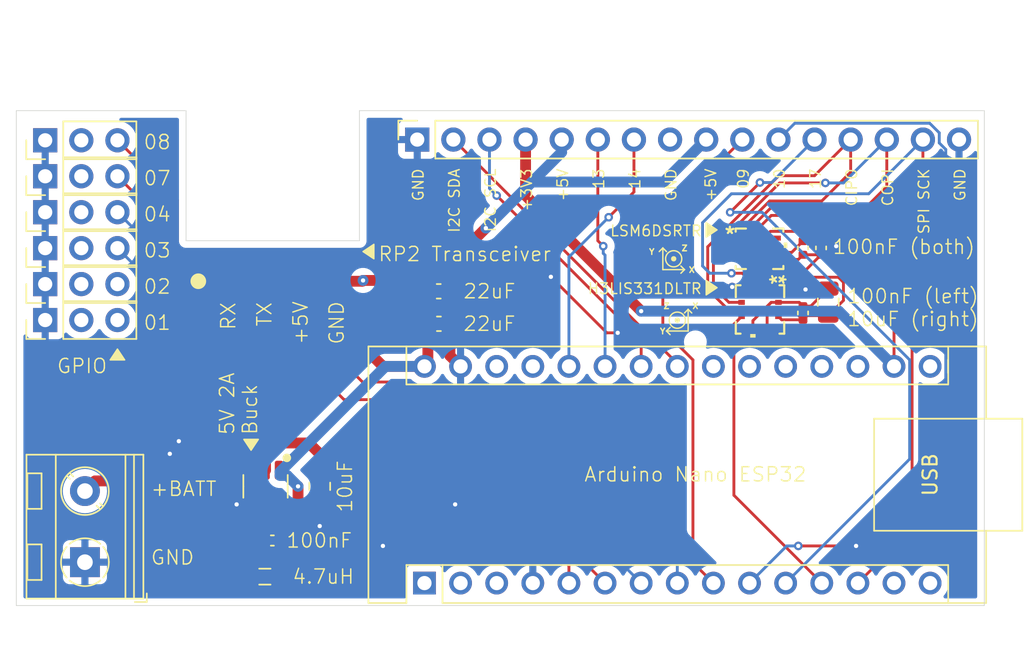
<source format=kicad_pcb>
(kicad_pcb (version 20240108) (generator "pcbnew") (generator_version "8.0")
  (layers (0 "F.Cu" signal) (31 "B.Cu" signal) (34 "B.Paste" user) (35 "F.Paste" user) (36 "B.SilkS" user "B.Silkscreen") (37 "F.SilkS" user "F.Silkscreen") (38 "B.Mask" user) (39 "F.Mask" user) (44 "Edge.Cuts" user))
  (net 0 "")
  (net 1 "GND")
  (net 3 "/GPIO_13")
  (net 4 "/GPIO_09")
  (net 5 "/GPIO_07")
  (net 6 "/GPIO_14")
  (net 7 "/GPIO_10")
  (net 9 "/I2C_SCL")
  (net 10 "+3V3")
  (net 11 "/I2C_SDA")
  (net 12 "/GPIO_03")
  (net 14 "/GPIO_04")
  (net 16 "/SPI_CS1")
  (net 17 "/SPI_SCK")
  (net 18 "/GPIO_01")
  (net 19 "/GPIO_08")
  (net 20 "/GPIO_02")
  (net 21 "/GPIO_17")
  (net 22 "/SPI_COPI")
  (net 23 "/ARDUINO_RX")
  (net 25 "/SPI_CIPO")
  (net 26 "/SPI_CS0")
  (net 27 "/ARDUINO_TX")
  (net 28 "+5V")
  (net 30 "+BATT")
  (net 31 "Net-(U2-BST)")
  (net 32 "Net-(U2-SW)")
  (footprint "Connector_PinHeader_2.54mm:PinHeader_1x03_P2.54mm_Vertical" (layer "F.Cu") (at 77.746 99.702 90)
    (property "Reference" "J3")
    (property "Value" "Conn_01x03_Pin")
    (pad "1" thru_hole rect (at 0 0 90) (size 1.7 1.7) (drill 1) (layers "*.Cu" "*.Mask") (net 1 "GND"))
    (pad "2" thru_hole oval (at 0 2.54 90) (size 1.7 1.7) (drill 1) (layers "*.Cu" "*.Mask"))
    (pad "3" thru_hole oval (at 0 5.08 90) (size 1.7 1.7) (drill 1) (layers "*.Cu" "*.Mask") (net 12 "/GPIO_03"))
  )
  (footprint "Capacitor_SMD:C_0402_1005Metric" (layer "F.Cu") (at 131.0352 99.688 90)
    (property "Reference" "C6")
    (property "Value" "100nF")
    (pad "1" smd roundrect (at -0.48 0 90) (size 0.56 0.62) (layers "F.Cu" "F.Paste" "F.Mask") (net 10 "+3V3"))
    (pad "2" smd roundrect (at 0.48 0 90) (size 0.56 0.62) (layers "F.Cu" "F.Paste" "F.Mask") (net 1 "GND"))
  )
  (footprint "Package_TO_SOT_SMD:TSOT-23-6" (layer "F.Cu") (at 93.24 116.452 -90)
    (property "Reference" "U2")
    (property "Value" "AP63205WU")
    (pad "1" smd roundrect (at -1.1375 -0.95 270) (size 1.325 0.6) (layers "F.Cu" "F.Paste" "F.Mask") (net 28 "+5V"))
    (pad "2" smd roundrect (at -1.1375 0 270) (size 1.325 0.6) (layers "F.Cu" "F.Paste" "F.Mask") (net 30 "+BATT"))
    (pad "3" smd roundrect (at -1.1375 0.95 270) (size 1.325 0.6) (layers "F.Cu" "F.Paste" "F.Mask") (net 30 "+BATT"))
    (pad "4" smd roundrect (at 1.1375 0.95 270) (size 1.325 0.6) (layers "F.Cu" "F.Paste" "F.Mask") (net 1 "GND"))
    (pad "5" smd roundrect (at 1.1375 0 270) (size 1.325 0.6) (layers "F.Cu" "F.Paste" "F.Mask") (net 32 "Net-(U2-SW)"))
    (pad "6" smd roundrect (at 1.1375 -0.95 270) (size 1.325 0.6) (layers "F.Cu" "F.Paste" "F.Mask") (net 31 "Net-(U2-BST)"))
  )
  (footprint "Capacitor_SMD:C_0805_2012Metric" (layer "F.Cu") (at 132.8132 103.498 90)
    (property "Reference" "C8")
    (property "Value" "10uF")
    (pad "1" smd roundrect (at -0.95 0 90) (size 1 1.45) (layers "F.Cu" "F.Paste" "F.Mask") (net 10 "+3V3"))
    (pad "2" smd roundrect (at 0.95 0 90) (size 1 1.45) (layers "F.Cu" "F.Paste" "F.Mask") (net 1 "GND"))
  )
  (footprint "LSM6DSRTR:LGA-14L_2P5X3X0P83_STM" (layer "F.Cu") (at 127.979199 99.7477)
    (property "Reference" "IC1")
    (property "Value" "LSM6DSRTR")
    (fp_text user "*" (at -2.0828 -1 0) (layer "F.SilkS"))
    (fp_text user "*" (at -2.0828 -1 0) (layer "F.SilkS"))
    (pad "1" smd rect (at -1.2103 -0.750001 90) (size 0.351536 0.57658) (layers "F.Cu" "F.Paste" "F.Mask") (net 25 "/SPI_CIPO"))
    (pad "2" smd rect (at -1.2103 -0.25 90) (size 0.351536 0.57658) (layers "F.Cu" "F.Paste" "F.Mask") (net 1 "GND"))
    (pad "3" smd rect (at -1.2103 0.25 90) (size 0.351536 0.57658) (layers "F.Cu" "F.Paste" "F.Mask") (net 1 "GND"))
    (pad "4" smd rect (at -1.2103 0.750001 90) (size 0.351536 0.57658) (layers "F.Cu" "F.Paste" "F.Mask"))
    (pad "5" smd rect (at -0.499999 0.9563) (size 0.351536 0.57658) (layers "F.Cu" "F.Paste" "F.Mask") (net 10 "+3V3"))
    (pad "6" smd rect (at 0 0.9563) (size 0.351536 0.57658) (layers "F.Cu" "F.Paste" "F.Mask") (net 1 "GND"))
    (pad "7" smd rect (at 0.499999 0.9563) (size 0.351536 0.57658) (layers "F.Cu" "F.Paste" "F.Mask") (net 1 "GND"))
    (pad "8" smd rect (at 1.2103 0.750001 90) (size 0.351536 0.57658) (layers "F.Cu" "F.Paste" "F.Mask") (net 10 "+3V3"))
    (pad "9" smd rect (at 1.2103 0.25 90) (size 0.351536 0.57658) (layers "F.Cu" "F.Paste" "F.Mask") (net 1 "GND"))
    (pad "10" smd rect (at 1.2103 -0.25 90) (size 0.351536 0.57658) (layers "F.Cu" "F.Paste" "F.Mask"))
    (pad "11" smd rect (at 1.2103 -0.750001 90) (size 0.351536 0.57658) (layers "F.Cu" "F.Paste" "F.Mask"))
    (pad "12" smd rect (at 0.499999 -0.9563) (size 0.351536 0.57658) (layers "F.Cu" "F.Paste" "F.Mask") (net 26 "/SPI_CS0"))
    (pad "13" smd rect (at 0 -0.9563) (size 0.351536 0.57658) (layers "F.Cu" "F.Paste" "F.Mask") (net 17 "/SPI_SCK"))
    (pad "14" smd rect (at -0.499999 -0.9563) (size 0.351536 0.57658) (layers "F.Cu" "F.Paste" "F.Mask") (net 22 "/SPI_COPI"))
  )
  (footprint "Capacitor_SMD:C_0402_1005Metric" (layer "F.Cu") (at 93.72 120.262)
    (property "Reference" "C2")
    (property "Value" "100nF" (at 3.302 0 0) (layer "F.SilkS") (effects (font (thickness 0.1))))
    (pad "1" smd roundrect (at -0.48 0) (size 0.56 0.62) (layers "F.Cu" "F.Paste" "F.Mask") (net 32 "Net-(U2-SW)"))
    (pad "2" smd roundrect (at 0.48 0) (size 0.56 0.62) (layers "F.Cu" "F.Paste" "F.Mask") (net 31 "Net-(U2-BST)"))
  )
  (footprint "Radiomaster:RP2" (layer "F.Cu") (at 94.0135 102.0295 90)
    (property "Reference" "IC2")
    (property "Value" "RP2")
    (pad "1" smd roundrect (at 0 -3.58 90) (size 2.75 2) (layers "F.Cu" "F.Paste" "F.Mask") (net 27 "/ARDUINO_TX"))
    (pad "2" smd roundrect (at 0 -1.04 90) (size 2.75 2) (layers "F.Cu" "F.Paste" "F.Mask") (net 23 "/ARDUINO_RX"))
    (pad "3" smd roundrect (at 0 1.5 90) (size 2.75 2) (layers "F.Cu" "F.Paste" "F.Mask") (net 28 "+5V"))
    (pad "4" smd roundrect (at 0 4.04 90) (size 2.75 2) (layers "F.Cu" "F.Paste" "F.Mask") (net 28 "+5V"))
  )
  (footprint "Connector_PinHeader_2.54mm:PinHeader_1x03_P2.54mm_Vertical" (layer "F.Cu") (at 77.746 104.758 90)
    (property "Reference" "J1")
    (property "Value" "Conn_01x03_Pin")
    (pad "1" thru_hole rect (at 0 0 90) (size 1.7 1.7) (drill 1) (layers "*.Cu" "*.Mask") (net 1 "GND"))
    (pad "2" thru_hole oval (at 0 2.54 90) (size 1.7 1.7) (drill 1) (layers "*.Cu" "*.Mask"))
    (pad "3" thru_hole oval (at 0 5.08 90) (size 1.7 1.7) (drill 1) (layers "*.Cu" "*.Mask") (net 18 "/GPIO_01"))
  )
  (footprint "H3LIS331DLTR:QFN_31DLTR_STM" (layer "F.Cu") (at 128.0126 104.013874 -90)
    (property "Reference" "IC3")
    (property "Value" "H3LIS331DLTR")
    (fp_text user "*" (at -2.1082 -1.250315 -90) (layer "F.SilkS"))
    (fp_text user "*" (at -2.1082 -1.250315 -90) (layer "F.SilkS"))
    (pad "1" smd rect (at -1.2954 -1.000252) (size 0.3556 0.4572) (layers "F.Cu" "F.Paste" "F.Mask") (net 10 "+3V3"))
    (pad "2" smd rect (at -1.2954 -0.500126) (size 0.3556 0.4572) (layers "F.Cu" "F.Paste" "F.Mask"))
    (pad "3" smd rect (at -1.2954 0) (size 0.3556 0.4572) (layers "F.Cu" "F.Paste" "F.Mask"))
    (pad "4" smd rect (at -1.2954 0.500126) (size 0.3556 0.4572) (layers "F.Cu" "F.Paste" "F.Mask") (net 17 "/SPI_SCK"))
    (pad "5" smd rect (at -1.2954 1.000252) (size 0.3556 0.4572) (layers "F.Cu" "F.Paste" "F.Mask") (net 1 "GND"))
    (pad "6" smd rect (at -0.500126 1.2954 270) (size 0.3556 0.4572) (layers "F.Cu" "F.Paste" "F.Mask") (net 22 "/SPI_COPI"))
    (pad "7" smd rect (at 0 1.2954 270) (size 0.3556 0.4572) (layers "F.Cu" "F.Paste" "F.Mask") (net 25 "/SPI_CIPO"))
    (pad "8" smd rect (at 0.500126 1.2954 270) (size 0.3556 0.4572) (layers "F.Cu" "F.Paste" "F.Mask") (net 16 "/SPI_CS1"))
    (pad "9" smd rect (at 1.2954 1.000252) (size 0.3556 0.4572) (layers "F.Cu" "F.Paste" "F.Mask"))
    (pad "10" smd rect (at 1.2954 0.500126) (size 0.3556 0.4572) (layers "F.Cu" "F.Paste" "F.Mask") (net 1 "GND"))
    (pad "11" smd rect (at 1.2954 0) (size 0.3556 0.4572) (layers "F.Cu" "F.Paste" "F.Mask"))
    (pad "12" smd rect (at 1.2954 -0.500126) (size 0.3556 0.4572) (layers "F.Cu" "F.Paste" "F.Mask") (net 1 "GND"))
    (pad "13" smd rect (at 1.2954 -1.000252) (size 0.3556 0.4572) (layers "F.Cu" "F.Paste" "F.Mask") (net 1 "GND"))
    (pad "14" smd rect (at 0.500126 -1.2954 270) (size 0.3556 0.4572) (layers "F.Cu" "F.Paste" "F.Mask") (net 10 "+3V3"))
    (pad "15" smd rect (at 0 -1.2954 270) (size 0.3556 0.4572) (layers "F.Cu" "F.Paste" "F.Mask") (net 10 "+3V3"))
    (pad "16" smd rect (at -0.500126 -1.2954 270) (size 0.3556 0.4572) (layers "F.Cu" "F.Paste" "F.Mask") (net 1 "GND"))
  )
  (footprint "Connector_PinHeader_2.54mm:PinHeader_1x03_P2.54mm_Vertical" (layer "F.Cu") (at 77.746 102.23 90)
    (property "Reference" "J2")
    (property "Value" "Conn_01x03_Pin")
    (pad "1" thru_hole rect (at 0 0 90) (size 1.7 1.7) (drill 1) (layers "*.Cu" "*.Mask") (net 1 "GND"))
    (pad "2" thru_hole oval (at 0 2.54 90) (size 1.7 1.7) (drill 1) (layers "*.Cu" "*.Mask"))
    (pad "3" thru_hole oval (at 0 5.08 90) (size 1.7 1.7) (drill 1) (layers "*.Cu" "*.Mask") (net 20 "/GPIO_02"))
  )
  (footprint "Capacitor_SMD:C_0402_1005Metric" (layer "F.Cu") (at 131.0352 104.26 90)
    (property "Reference" "C7")
    (property "Value" "100nF")
    (pad "1" smd roundrect (at -0.48 0 90) (size 0.56 0.62) (layers "F.Cu" "F.Paste" "F.Mask") (net 10 "+3V3"))
    (pad "2" smd roundrect (at 0.48 0 90) (size 0.56 0.62) (layers "F.Cu" "F.Paste" "F.Mask") (net 1 "GND"))
  )
  (footprint "Inductor_SMD:L_0805_2012Metric" (layer "F.Cu") (at 93.1935 122.802)
    (property "Reference" "L1")
    (property "Value" "4.7uH" (at 4.1105 0 0) (layer "F.SilkS") (effects (font (thickness 0.1))))
    (pad "1" smd roundrect (at -1.0625 0) (size 0.875 1.2) (layers "F.Cu" "F.Paste" "F.Mask") (net 32 "Net-(U2-SW)"))
    (pad "2" smd roundrect (at 1.0625 0) (size 0.875 1.2) (layers "F.Cu" "F.Paste" "F.Mask") (net 28 "+5V"))
  )
  (footprint "Connector_PinSocket_2.54mm:PinSocket_1x16_P2.54mm_Vertical" (layer "F.Cu") (at 103.908 92.068 90)
    (property "Reference" "J8")
    (property "Value" "Conn_01x16_Socket")
    (pad "1" thru_hole rect (at 0 0 90) (size 1.7 1.7) (drill 1) (layers "*.Cu" "*.Mask") (net 1 "GND"))
    (pad "2" thru_hole oval (at 0 2.54 90) (size 1.7 1.7) (drill 1) (layers "*.Cu" "*.Mask") (net 11 "/I2C_SDA"))
    (pad "3" thru_hole oval (at 0 5.08 90) (size 1.7 1.7) (drill 1) (layers "*.Cu" "*.Mask") (net 9 "/I2C_SCL"))
    (pad "4" thru_hole oval (at 0 7.62 90) (size 1.7 1.7) (drill 1) (layers "*.Cu" "*.Mask") (net 10 "+3V3"))
    (pad "5" thru_hole oval (at 0 10.16 90) (size 1.7 1.7) (drill 1) (layers "*.Cu" "*.Mask") (net 28 "+5V"))
    (pad "6" thru_hole oval (at 0 12.7 90) (size 1.7 1.7) (drill 1) (layers "*.Cu" "*.Mask") (net 3 "/GPIO_13"))
    (pad "7" thru_hole oval (at 0 15.24 90) (size 1.7 1.7) (drill 1) (layers "*.Cu" "*.Mask") (net 6 "/GPIO_14"))
    (pad "8" thru_hole oval (at 0 17.78 90) (size 1.7 1.7) (drill 1) (layers "*.Cu" "*.Mask") (net 1 "GND"))
    (pad "9" thru_hole oval (at 0 20.32 90) (size 1.7 1.7) (drill 1) (layers "*.Cu" "*.Mask") (net 28 "+5V"))
    (pad "10" thru_hole oval (at 0 22.86 90) (size 1.7 1.7) (drill 1) (layers "*.Cu" "*.Mask") (net 4 "/GPIO_09"))
    (pad "11" thru_hole oval (at 0 25.4 90) (size 1.7 1.7) (drill 1) (layers "*.Cu" "*.Mask") (net 7 "/GPIO_10"))
    (pad "12" thru_hole oval (at 0 27.94 90) (size 1.7 1.7) (drill 1) (layers "*.Cu" "*.Mask") (net 21 "/GPIO_17"))
    (pad "13" thru_hole oval (at 0 30.48 90) (size 1.7 1.7) (drill 1) (layers "*.Cu" "*.Mask") (net 25 "/SPI_CIPO"))
    (pad "14" thru_hole oval (at 0 33.02 90) (size 1.7 1.7) (drill 1) (layers "*.Cu" "*.Mask") (net 22 "/SPI_COPI"))
    (pad "15" thru_hole oval (at 0 35.56 90) (size 1.7 1.7) (drill 1) (layers "*.Cu" "*.Mask") (net 17 "/SPI_SCK"))
    (pad "16" thru_hole oval (at 0 38.1 90) (size 1.7 1.7) (drill 1) (layers "*.Cu" "*.Mask") (net 1 "GND"))
  )
  (footprint "Capacitor_SMD:C_0402_1005Metric" (layer "F.Cu") (at 132.3052 99.688 90)
    (property "Reference" "C5")
    (property "Value" "100nF")
    (pad "1" smd roundrect (at -0.48 0 90) (size 0.56 0.62) (layers "F.Cu" "F.Paste" "F.Mask") (net 10 "+3V3"))
    (pad "2" smd roundrect (at 0.48 0 90) (size 0.56 0.62) (layers "F.Cu" "F.Paste" "F.Mask") (net 1 "GND"))
  )
  (footprint "Capacitor_SMD:C_0603_1608Metric" (layer "F.Cu") (at 105.432 105.022)
    (property "Reference" "C3")
    (property "Value" "22uF" (at 3.556 0 0) (layer "F.SilkS") (effects (font (thickness 0.1))))
    (pad "1" smd roundrect (at -0.775 0) (size 0.9 0.95) (layers "F.Cu" "F.Paste" "F.Mask") (net 28 "+5V"))
    (pad "2" smd roundrect (at 0.775 0) (size 0.9 0.95) (layers "F.Cu" "F.Paste" "F.Mask") (net 1 "GND"))
  )
  (footprint "Connector_PinHeader_2.54mm:PinHeader_1x03_P2.54mm_Vertical" (layer "F.Cu") (at 77.746 92.118 90)
    (property "Reference" "J6")
    (property "Value" "Conn_01x03_Pin")
    (pad "1" thru_hole rect (at 0 0 90) (size 1.7 1.7) (drill 1) (layers "*.Cu" "*.Mask") (net 1 "GND"))
    (pad "2" thru_hole oval (at 0 2.54 90) (size 1.7 1.7) (drill 1) (layers "*.Cu" "*.Mask"))
    (pad "3" thru_hole oval (at 0 5.08 90) (size 1.7 1.7) (drill 1) (layers "*.Cu" "*.Mask") (net 19 "/GPIO_08"))
  )
  (footprint "Connector_PinHeader_2.54mm:PinHeader_1x03_P2.54mm_Vertical" (layer "F.Cu") (at 77.746 94.646 90)
    (property "Reference" "J5")
    (property "Value" "Conn_01x03_Pin")
    (pad "1" thru_hole rect (at 0 0 90) (size 1.7 1.7) (drill 1) (layers "*.Cu" "*.Mask") (net 1 "GND"))
    (pad "2" thru_hole oval (at 0 2.54 90) (size 1.7 1.7) (drill 1) (layers "*.Cu" "*.Mask"))
    (pad "3" thru_hole oval (at 0 5.08 90) (size 1.7 1.7) (drill 1) (layers "*.Cu" "*.Mask") (net 5 "/GPIO_07"))
  )
  (footprint "Capacitor_SMD:C_0805_2012Metric" (layer "F.Cu") (at 97.05 116.452 -90)
    (property "Reference" "C1")
    (property "Value" "10uF" (at 0 -1.778 90) (layer "F.SilkS") (effects (font (thickness 0.1))))
    (pad "1" smd roundrect (at -0.95 0 270) (size 1 1.45) (layers "F.Cu" "F.Paste" "F.Mask") (net 30 "+BATT"))
    (pad "2" smd roundrect (at 0.95 0 270) (size 1 1.45) (layers "F.Cu" "F.Paste" "F.Mask") (net 1 "GND"))
  )
  (footprint "TerminalBlock_RND:TerminalBlock_RND_205-00045_1x02_P5.00mm_Horizontal" (layer "F.Cu") (at 80.54 121.786 90)
    (property "Reference" "J7")
    (property "Value" "Screw_Terminal_01x02")
    (pad "1" thru_hole rect (at 0 0 90) (size 2.1 2.1) (drill 1.1) (layers "*.Cu" "*.Mask") (net 1 "GND"))
    (pad "2" thru_hole circle (at 5 0 90) (size 2.1 2.1) (drill 1.1) (layers "*.Cu" "*.Mask") (net 30 "+BATT"))
  )
  (footprint "Connector_PinHeader_2.54mm:PinHeader_1x03_P2.54mm_Vertical" (layer "F.Cu") (at 77.746 97.174 90)
    (property "Reference" "J4")
    (property "Value" "Conn_01x03_Pin")
    (pad "1" thru_hole rect (at 0 0 90) (size 1.7 1.7) (drill 1) (layers "*.Cu" "*.Mask") (net 1 "GND"))
    (pad "2" thru_hole oval (at 0 2.54 90) (size 1.7 1.7) (drill 1) (layers "*.Cu" "*.Mask"))
    (pad "3" thru_hole oval (at 0 5.08 90) (size 1.7 1.7) (drill 1) (layers "*.Cu" "*.Mask") (net 14 "/GPIO_04"))
  )
  (footprint "Module:Arduino_Nano" (layer "F.Cu") (at 104.416 123.256 90)
    (property "Reference" "A1")
    (property "Value" "Arduino_Nano_ESP32")
    (fp_text user "USB" (at 7.62 35.56 90) (layer "F.SilkS"))
    (pad "1" thru_hole rect (at 0 0 90) (size 1.6 1.6) (drill 1) (layers "*.Cu" "*.Mask"))
    (pad "2" thru_hole oval (at 0 2.54 90) (size 1.6 1.6) (drill 1) (layers "*.Cu" "*.Mask"))
    (pad "3" thru_hole oval (at 0 5.08 90) (size 1.6 1.6) (drill 1) (layers "*.Cu" "*.Mask"))
    (pad "4" thru_hole oval (at 0 7.62 90) (size 1.6 1.6) (drill 1) (layers "*.Cu" "*.Mask") (net 1 "GND"))
    (pad "5" thru_hole oval (at 0 10.16 90) (size 1.6 1.6) (drill 1) (layers "*.Cu" "*.Mask") (net 27 "/ARDUINO_TX"))
    (pad "6" thru_hole oval (at 0 12.7 90) (size 1.6 1.6) (drill 1) (layers "*.Cu" "*.Mask") (net 23 "/ARDUINO_RX"))
    (pad "7" thru_hole oval (at 0 15.24 90) (size 1.6 1.6) (drill 1) (layers "*.Cu" "*.Mask") (net 5 "/GPIO_07"))
    (pad "8" thru_hole oval (at 0 17.78 90) (size 1.6 1.6) (drill 1) (layers "*.Cu" "*.Mask") (net 19 "/GPIO_08"))
    (pad "9" thru_hole oval (at 0 20.32 90) (size 1.6 1.6) (drill 1) (layers "*.Cu" "*.Mask") (net 4 "/GPIO_09"))
    (pad "10" thru_hole oval (at 0 22.86 90) (size 1.6 1.6) (drill 1) (layers "*.Cu" "*.Mask") (net 7 "/GPIO_10"))
    (pad "11" thru_hole oval (at 0 25.4 90) (size 1.6 1.6) (drill 1) (layers "*.Cu" "*.Mask") (net 21 "/GPIO_17"))
    (pad "12" thru_hole oval (at 0 27.94 90) (size 1.6 1.6) (drill 1) (layers "*.Cu" "*.Mask") (net 16 "/SPI_CS1"))
    (pad "13" thru_hole oval (at 0 30.48 90) (size 1.6 1.6) (drill 1) (layers "*.Cu" "*.Mask") (net 26 "/SPI_CS0"))
    (pad "14" thru_hole oval (at 0 33.02 90) (size 1.6 1.6) (drill 1) (layers "*.Cu" "*.Mask") (net 22 "/SPI_COPI"))
    (pad "15" thru_hole oval (at 0 35.56 90) (size 1.6 1.6) (drill 1) (layers "*.Cu" "*.Mask") (net 25 "/SPI_CIPO"))
    (pad "16" thru_hole oval (at 15.24 35.56 90) (size 1.6 1.6) (drill 1) (layers "*.Cu" "*.Mask") (net 17 "/SPI_SCK"))
    (pad "17" thru_hole oval (at 15.24 33.02 90) (size 1.6 1.6) (drill 1) (layers "*.Cu" "*.Mask") (net 10 "+3V3"))
    (pad "18" thru_hole oval (at 15.24 30.48 90) (size 1.6 1.6) (drill 1) (layers "*.Cu" "*.Mask"))
    (pad "19" thru_hole oval (at 15.24 27.94 90) (size 1.6 1.6) (drill 1) (layers "*.Cu" "*.Mask") (net 18 "/GPIO_01"))
    (pad "20" thru_hole oval (at 15.24 25.4 90) (size 1.6 1.6) (drill 1) (layers "*.Cu" "*.Mask") (net 20 "/GPIO_02"))
    (pad "21" thru_hole oval (at 15.24 22.86 90) (size 1.6 1.6) (drill 1) (layers "*.Cu" "*.Mask") (net 12 "/GPIO_03"))
    (pad "22" thru_hole oval (at 15.24 20.32 90) (size 1.6 1.6) (drill 1) (layers "*.Cu" "*.Mask") (net 14 "/GPIO_04"))
    (pad "23" thru_hole oval (at 15.24 17.78 90) (size 1.6 1.6) (drill 1) (layers "*.Cu" "*.Mask") (net 11 "/I2C_SDA"))
    (pad "24" thru_hole oval (at 15.24 15.24 90) (size 1.6 1.6) (drill 1) (layers "*.Cu" "*.Mask") (net 9 "/I2C_SCL"))
    (pad "25" thru_hole oval (at 15.24 12.7 90) (size 1.6 1.6) (drill 1) (layers "*.Cu" "*.Mask") (net 3 "/GPIO_13"))
    (pad "26" thru_hole oval (at 15.24 10.16 90) (size 1.6 1.6) (drill 1) (layers "*.Cu" "*.Mask") (net 6 "/GPIO_14"))
    (pad "27" thru_hole oval (at 15.24 7.62 90) (size 1.6 1.6) (drill 1) (layers "*.Cu" "*.Mask"))
    (pad "28" thru_hole oval (at 15.24 5.08 90) (size 1.6 1.6) (drill 1) (layers "*.Cu" "*.Mask"))
    (pad "29" thru_hole oval (at 15.24 2.54 90) (size 1.6 1.6) (drill 1) (layers "*.Cu" "*.Mask") (net 1 "GND"))
    (pad "30" thru_hole oval (at 15.24 0 90) (size 1.6 1.6) (drill 1) (layers "*.Cu" "*.Mask") (net 28 "+5V"))
  )
  (footprint "Capacitor_SMD:C_0603_1608Metric" (layer "F.Cu") (at 105.419 102.736)
    (property "Reference" "C4")
    (property "Value" "22uF" (at 3.569 0 0) (layer "F.SilkS") (effects (font (thickness 0.1))))
    (pad "1" smd roundrect (at -0.775 0) (size 0.9 0.95) (layers "F.Cu" "F.Paste" "F.Mask") (net 28 "+5V"))
    (pad "2" smd roundrect (at 0.775 0) (size 0.9 0.95) (layers "F.Cu" "F.Paste" "F.Mask") (net 1 "GND"))
  )
  (gr_line (start 121.18 101.212) (end 122.704 101.212) (stroke (width 0.1)) (layer "F.SilkS"))
  (gr_line (start 121.434 105.53) (end 121.688 105.784) (stroke (width 0.1)) (layer "F.SilkS"))
  (gr_poly (pts (xy 82.318 107.562) (xy 82.826 106.8) (xy 83.334 107.562)) (stroke (width 0.1)) (fill solid) (layer "F.SilkS"))
  (gr_line (start 122.704 101.212) (end 122.45 100.958) (stroke (width 0.1)) (layer "F.SilkS"))
  (gr_poly (pts (xy 124.228 97.91) (xy 124.99 98.418) (xy 124.228 98.926)) (stroke (width 0.1)) (fill solid) (layer "F.SilkS"))
  (gr_circle (center 122.196 104.768) (end 122.291614 104.672386) (stroke (width 0.1)) (fill solid) (layer "F.SilkS"))
  (gr_line (start 122.958 105.53) (end 122.958 104.006) (stroke (width 0.1)) (layer "F.SilkS"))
  (gr_circle (center 122.196 104.768) (end 122.59811 104.36589) (stroke (width 0.1)) (fill none) (layer "F.SilkS"))
  (gr_line (start 122.958 104.006) (end 122.704 104.26) (stroke (width 0.1)) (layer "F.SilkS"))
  (gr_poly (pts (xy 100.86 100.45) (xy 100.098 99.942) (xy 100.86 99.434)) (stroke (width 0.1)) (fill solid) (layer "F.SilkS"))
  (gr_circle (center 121.942 100.45) (end 122.34411 100.85211) (stroke (width 0.1)) (fill none) (layer "F.SilkS"))
  (gr_circle (center 121.942 100.45) (end 122.037614 100.545614) (stroke (width 0.1)) (fill solid) (layer "F.SilkS"))
  (gr_line (start 122.958 104.006) (end 123.212 104.26) (stroke (width 0.1)) (layer "F.SilkS"))
  (gr_line (start 121.18 99.688) (end 121.434 99.942) (stroke (width 0.1)) (layer "F.SilkS"))
  (gr_poly (pts (xy 92.732 113.15) (xy 92.224 113.912) (xy 91.716 113.15)) (stroke (width 0.1)) (fill solid) (layer "F.SilkS"))
  (gr_line (start 121.434 105.53) (end 122.958 105.53) (stroke (width 0.1)) (layer "F.SilkS"))
  (gr_line (start 121.18 99.688) (end 120.926 99.942) (stroke (width 0.1)) (layer "F.SilkS"))
  (gr_line (start 122.704 101.212) (end 122.45 101.466) (stroke (width 0.1)) (layer "F.SilkS"))
  (gr_line (start 121.18 99.688) (end 121.18 101.212) (stroke (width 0.1)) (layer "F.SilkS"))
  (gr_line (start 121.434 105.53) (end 121.688 105.276) (stroke (width 0.1)) (layer "F.SilkS"))
  (gr_poly (pts (xy 124.228 101.974) (xy 124.99 102.482) (xy 124.228 102.99)) (stroke (width 0.1)) (fill solid) (layer "F.SilkS"))
  (gr_line (start 75.714 124.834) (end 143.786 124.834) (stroke (width 0.05)) (layer "Edge.Cuts"))
  (gr_line (start 143.786 124.834) (end 143.786 90.036) (stroke (width 0.05)) (layer "Edge.Cuts"))
  (gr_line (start 99.844 90.036) (end 99.844 99.18) (stroke (width 0.05)) (layer "Edge.Cuts"))
  (gr_line (start 87.652 99.18) (end 99.844 99.18) (stroke (width 0.05)) (layer "Edge.Cuts"))
  (gr_line (start 143.786 90.036) (end 99.844 90.036) (stroke (width 0.05)) (layer "Edge.Cuts"))
  (gr_line (start 87.652 90.036) (end 87.652 99.18) (stroke (width 0.05)) (layer "Edge.Cuts"))
  (gr_line (start 75.714 90.036) (end 75.714 124.834) (stroke (width 0.05)) (layer "Edge.Cuts"))
  (gr_line (start 75.714 90.036) (end 87.652 90.036) (stroke (width 0.05)) (layer "Edge.Cuts"))
  (gr_text "LSM6DSRTR" (at 123.974 98.926 0) (layer "F.SilkS") (effects (font (size 0.75 0.75) (thickness 0.1)) (justify right bottom)))
  (gr_text "Y" (at 120.164 100.196 0) (layer "F.SilkS") (effects (font (size 0.4 0.4) (thickness 0.1)) (justify left bottom)))
  (gr_text "+3V3" (at 112.036 97.171999 90) (layer "F.SilkS") (effects (font (size 0.75 0.75) (thickness 0.1)) (justify left bottom)))
  (gr_text "+5V" (at 124.99 96.457713 90) (layer "F.SilkS") (effects (font (size 0.75 0.75) (thickness 0.1)) (justify left bottom)))
  (gr_text "RX" (at 91.208 105.53 90) (layer "F.SilkS") (effects (font (size 1 1) (thickness 0.1)) (justify left bottom)))
  (gr_text "10" (at 129.816 95.600571 90) (layer "F.SilkS") (effects (font (size 0.75 0.75) (thickness 0.1)) (justify left bottom)))
  (gr_text "08" (at 84.604 92.83 0) (layer "F.SilkS") (effects (font (size 1 1) (thickness 0.1)) (justify left bottom)))
  (gr_text "Z" (at 122.45 99.942 0) (layer "F.SilkS") (effects (font (size 0.4 0.4) (thickness 0.1)) (justify left bottom)))
  (gr_text "H3LIS331DLTR" (at 123.974 102.99 0) (layer "F.SilkS") (effects (font (size 0.75 0.75) (thickness 0.1)) (justify right bottom)))
  (gr_text "SPI SCK" (at 139.976 98.779143 90) (layer "F.SilkS") (effects (font (size 0.75 0.75) (thickness 0.1)) (justify left bottom)))
  (gr_text "I2C SDA" (at 106.956 98.672 90) (layer "F.SilkS") (effects (font (size 0.75 0.75) (thickness 0.1)) (justify left bottom)))
  (gr_text "GPIO" (at 78.508 108.578 0) (layer "F.SilkS") (effects (font (size 1 1) (thickness 0.1)) (justify left bottom)))
  (gr_text "X" (at 123.212 104.006 0) (layer "F.SilkS") (effects (font (size 0.4 0.4) (thickness 0.1) (bold yes)) (justify left bottom)))
  (gr_text "+5V" (at 114.576 96.457713 90) (layer "F.SilkS") (effects (font (size 0.75 0.75) (thickness 0.1)) (justify left bottom)))
  (gr_text "CIPO" (at 134.896 96.814856 90) (layer "F.SilkS") (effects (font (size 0.75 0.75) (thickness 0.1)) (justify left bottom)))
  (gr_text "GND" (at 98.828 106.546 90) (layer "F.SilkS") (effects (font (size 1 1) (thickness 0.1)) (justify left bottom)))
  (gr_text "GND" (at 142.516 96.457713 90) (layer "F.SilkS") (effects (font (size 0.75 0.75) (thickness 0.1)) (justify left bottom)))
  (gr_text "100nF (both)" (at 133.0672 100.196 0) (layer "F.SilkS") (effects (font (size 1 1) (thickness 0.1)) (justify left bottom)))
  (gr_text "COPI" (at 137.436 96.814856 90) (layer "F.SilkS") (effects (font (size 0.75 0.75) (thickness 0.1)) (justify left bottom)))
  (gr_text "14" (at 119.656 95.600571 90) (layer "F.SilkS") (effects (font (size 0.75 0.75) (thickness 0.1)) (justify left bottom)))
  (gr_text "03" (at 84.604 100.45 0) (layer "F.SilkS") (effects (font (size 1 1) (thickness 0.1)) (justify left bottom)))
  (gr_text "GND" (at 85.112 122.04 0) (layer "F.SilkS") (effects (font (size 1 1) (thickness 0.1)) (justify left bottom)))
  (gr_text "RP2 Transceiver" (at 101.114 100.704 0) (layer "F.SilkS") (effects (font (size 1 1) (thickness 0.1)) (justify left bottom)))
  (gr_text "GND" (at 122.196 96.457713 90) (layer "F.SilkS") (effects (font (size 0.75 0.75) (thickness 0.1)) (justify left bottom)))
  (gr_text "+5V" (at 96.288 106.546 90) (layer "F.SilkS") (effects (font (size 1 1) (thickness 0.1)) (justify left bottom)))
  (gr_text "Z" (at 121.18 104.006 0) (layer "F.SilkS") (effects (font (size 0.4 0.4) (thickness 0.1)) (justify left bottom)))
  (gr_text "I2C SCL" (at 109.496 98.636286 90) (layer "F.SilkS") (effects (font (size 0.75 0.75) (thickness 0.1)) (justify left bottom)))
  (gr_text "5V 2A\nBuck" (at 92.732 112.896 90) (layer "F.SilkS") (effects (font (size 1 1) (thickness 0.1)) (justify left bottom)))
  (gr_text "GND" (at 104.416 96.457713 90) (layer "F.SilkS") (effects (font (size 0.75 0.75) (thickness 0.1)) (justify left bottom)))
  (gr_text "13" (at 117.116 95.600571 90) (layer "F.SilkS") (effects (font (size 0.75 0.75) (thickness 0.1)) (justify left bottom)))
  (gr_text "09" (at 127.276 95.600571 90) (layer "F.SilkS") (effects (font (size 0.75 0.75) (thickness 0.1)) (justify left bottom)))
  (gr_text "Y" (at 120.926 105.784 0) (layer "F.SilkS") (effects (font (size 0.4 0.4) (thickness 0.1)) (justify left bottom)))
  (gr_text "04" (at 84.604 97.91 0) (layer "F.SilkS") (effects (font (size 1 1) (thickness 0.1)) (justify left bottom)))
  (gr_text "Arduino Nano ESP32" (at 115.592 116.198 0) (layer "F.SilkS") (effects (font (size 1 1) (thickness 0.1)) (justify left bottom)))
  (gr_text "X" (at 122.958 101.466 0) (layer "F.SilkS") (effects (font (size 0.4 0.4) (thickness 0.1) (bold yes)) (justify left bottom)))
  (gr_text "01" (at 84.604 105.53 0) (layer "F.SilkS") (effects (font (size 1 1) (thickness 0.1)) (justify left bottom)))
  (gr_text "07" (at 84.604 95.37 0) (layer "F.SilkS") (effects (font (size 1 1) (thickness 0.1)) (justify left bottom)))
  (gr_text "02" (at 84.604 102.99 0) (layer "F.SilkS") (effects (font (size 1 1) (thickness 0.1)) (justify left bottom)))
  (gr_text "+BATT" (at 85.112 117.214 0) (layer "F.SilkS") (effects (font (size 1 1) (thickness 0.1)) (justify left bottom)))
  (gr_text "TX" (at 93.748 105.276 90) (layer "F.SilkS") (effects (font (size 1 1) (thickness 0.1)) (justify left bottom)))
  (gr_text "100nF (left)\n10uF (right)" (at 134.0832 105.276 0) (layer "F.SilkS") (effects (font (size 1 1) (thickness 0.1)) (justify left bottom)))
  (gr_text "17" (at 132.356 95.600571 90) (layer "F.SilkS") (effects (font (size 0.75 0.75) (thickness 0.1)) (justify left bottom)))
  (segment (start 126.768899 99.9977) (end 128.546 99.9977) (width 0.2) (layer "F.Cu") (net 1))
  (segment (start 127.512474 105.309274) (end 127.512474 104.803) (width 0.2) (layer "F.Cu") (net 1))
  (segment (start 127.512474 104.803) (end 128.801726 103.513748) (width 0.2) (layer "F.Cu") (net 1))
  (segment (start 91.3405 117.5895) (end 91.208 117.722) (width 0.762) (layer "F.Cu") (net 1))
  (segment (start 132.8132 102.548) (end 131.5812 103.78) (width 0.2) (layer "F.Cu") (net 1))
  (segment (start 92.29 117.5895) (end 91.3405 117.5895) (width 0.762) (layer "F.Cu") (net 1))
  (segment (start 132.3052 99.208) (end 131.0352 99.208) (width 0.2) (layer "F.Cu") (net 1))
  (segment (start 128.512726 105.309274) (end 128.512726 103.802748) (width 0.2) (layer "F.Cu") (net 1))
  (segment (start 128.546 99.9977) (end 129.189499 99.9977) (width 0.2) (layer "F.Cu") (net 1))
  (segment (start 130.768948 103.513748) (end 129.308 103.513748) (width 0.2) (layer "F.Cu") (net 1))
  (segment (start 126.055691 102.432309) (end 126.341856 102.718474) (width 0.2) (layer "F.Cu") (net 1))
  (segment (start 131.5812 103.78) (end 131.0352 103.78) (width 0.2) (layer "F.Cu") (net 1))
  (segment (start 106.194 105.009) (end 106.207 105.022) (width 0.2) (layer "F.Cu") (net 1))
  (segment (start 128.479198 100.704) (end 127.979199 100.704) (width 0.2) (layer "F.Cu") (net 1))
  (segment (start 133.019 99.208) (end 133.372 99.561) (width 0.2) (layer "F.Cu") (net 1))
  (segment (start 128.479198 100.064502) (end 128.546 99.9977) (width 0.2) (layer "F.Cu") (net 1))
  (segment (start 97.05 117.402) (end 97.05 119.246) (width 0.762) (layer "F.Cu") (net 1))
  (segment (start 131.0352 103.78) (end 130.768948 103.513748) (width 0.2) (layer "F.Cu") (net 1))
  (segment (start 126.341856 102.718474) (end 127.012348 102.718474) (width 0.2) (layer "F.Cu") (net 1))
  (segment (start 126.768899 99.4977) (end 126.768899 99.9977) (width 0.2) (layer "F.Cu") (net 1))
  (segment (start 130.2455 99.9977) (end 129.189499 99.9977) (width 0.2) (layer "F.Cu") (net 1))
  (segment (start 128.801726 103.513748) (end 129.308 103.513748) (width 0.2) (layer "F.Cu") (net 1))
  (segment (start 106.207 107.267) (end 106.956 108.016) (width 0.762) (layer "F.Cu") (net 1))
  (segment (start 106.194 102.736) (end 106.194 105.009) (width 0.762) (layer "F.Cu") (net 1))
  (segment (start 128.479198 100.704) (end 128.479198 100.064502) (width 0.2) (layer "F.Cu") (net 1))
  (segment (start 132.3052 99.208) (end 133.019 99.208) (width 0.2) (layer "F.Cu") (net 1))
  (segment (start 132.8132 102.548) (end 131.274 102.548) (width 0.2) (layer "F.Cu") (net 1))
  (segment (start 129.012852 105.309274) (end 128.512726 105.309274) (width 0.2) (layer "F.Cu") (net 1))
  (segment (start 106.207 105.022) (end 106.207 107.267) (width 0.762) (layer "F.Cu") (net 1))
  (segment (start 131.0352 99.208) (end 130.2455 99.9977) (width 0.2) (layer "F.Cu") (net 1))
  (segment (start 128.512726 103.802748) (end 128.801726 103.513748) (width 0.2) (layer "F.Cu") (net 1))
  (segment (start 131.274 102.548) (end 131.213 102.609) (width 0.2) (layer "F.Cu") (net 1))
  (via (at 91.208 117.722) (size 0.762) (drill 0.3) (layers "F.Cu" "B.Cu") (net 1))
  (via (at 133.372 99.561) (size 0.6) (drill 0.3) (layers "F.Cu" "B.Cu") (net 1))
  (via (at 126.055691 102.432309) (size 0.6) (drill 0.3) (layers "F.Cu" "B.Cu") (net 1))
  (via (at 97.05 119.246) (size 0.762) (drill 0.3) (layers "F.Cu" "B.Cu") (net 1))
  (via (at 131.213 102.609) (size 0.6) (drill 0.3) (layers "F.Cu" "B.Cu") (net 1))
  (segment (start 77.746 104.743) (end 77.731 104.758) (width 0.2) (layer "B.Cu") (net 1))
  (segment (start 116.608 99.18) (end 116.989 99.561) (width 0.2) (layer "F.Cu") (net 3))
  (segment (start 116.608 92.068) (end 116.608 99.18) (width 0.2) (layer "F.Cu") (net 3))
  (via (at 116.989 99.561) (size 0.6) (drill 0.3) (layers "F.Cu" "B.Cu") (net 3))
  (segment (start 116.989 99.561) (end 116.989 100.069) (width 0.2) (layer "B.Cu") (net 3))
  (segment (start 117.116 100.196) (end 117.116 108.016) (width 0.2) (layer "B.Cu") (net 3))
  (segment (start 116.989 100.069) (end 117.116 100.196) (width 0.2) (layer "B.Cu") (net 3))
  (segment (start 123.296 121.816) (end 124.736 123.256) (width 0.2) (layer "F.Cu") (net 4))
  (segment (start 126.768 92.068) (end 121.18 97.656) (width 0.2) (layer "F.Cu") (net 4))
  (segment (start 121.18 97.656) (end 121.18 105.444365) (width 0.2) (layer "F.Cu") (net 4))
  (segment (start 123.296 107.560365) (end 123.296 121.816) (width 0.2) (layer "F.Cu") (net 4))
  (segment (start 121.18 105.444365) (end 123.296 107.560365) (width 0.2) (layer "F.Cu") (net 4))
  (segment (start 82.826 94.646) (end 86.509 98.329) (width 0.2) (layer "F.Cu") (net 5))
  (segment (start 86.509 98.329) (end 86.509 114.166) (width 0.2) (layer "F.Cu") (net 5))
  (via (at 86.509 114.166) (size 0.6) (drill 0.3) (layers "F.Cu" "B.Cu") (net 5))
  (segment (start 86.509 114.166) (end 86.509 115.366686) (width 0.2) (layer "B.Cu") (net 5))
  (segment (start 116.327 119.927) (end 91.069314 119.927) (width 0.2) (layer "B.Cu") (net 5))
  (segment (start 91.069314 119.927) (end 86.509 115.366686) (width 0.2) (layer "B.Cu") (net 5))
  (segment (start 119.656 123.256) (end 116.327 119.927) (width 0.2) (layer "B.Cu") (net 5))
  (segment (start 119.148 92.068) (end 119.148 95.751) (width 0.2) (layer "F.Cu") (net 6))
  (segment (start 119.148 95.751) (end 117.37 97.529) (width 0.2) (layer "F.Cu") (net 6))
  (via (at 117.37 97.529) (size 0.6) (drill 0.3) (layers "F.Cu" "B.Cu") (net 6))
  (segment (start 117.37 97.529) (end 114.576 100.323) (width 0.2) (layer "B.Cu") (net 6))
  (segment (start 114.576 100.323) (end 114.576 108.016) (width 0.2) (layer "B.Cu") (net 6))
  (segment (start 130.705 120.643) (end 134.769 120.643) (width 0.2) (layer "F.Cu") (net 7))
  (via (at 134.769 120.643) (size 0.6) (drill 0.3) (layers "F.Cu" "B.Cu") (net 7))
  (via (at 130.705 120.643) (size 0.6) (drill 0.3) (layers "F.Cu" "B.Cu") (net 7))
  (segment (start 139.944346 90.918) (end 130.458 90.918) (width 0.2) (layer "B.Cu") (net 7))
  (segment (start 140.618 91.591654) (end 139.944346 90.918) (width 0.2) (layer "B.Cu") (net 7))
  (segment (start 129.889 120.643) (end 130.705 120.643) (width 0.2) (layer "B.Cu") (net 7))
  (segment (start 130.458 90.918) (end 129.308 92.068) (width 0.2) (layer "B.Cu") (net 7))
  (segment (start 127.276 123.256) (end 129.889 120.643) (width 0.2) (layer "B.Cu") (net 7))
  (segment (start 141.076 92.762346) (end 140.618 92.304346) (width 0.2) (layer "B.Cu") (net 7))
  (segment (start 140.618 92.304346) (end 140.618 91.591654) (width 0.2) (layer "B.Cu") (net 7))
  (segment (start 134.769 120.643) (end 141.076 114.336) (width 0.2) (layer "B.Cu") (net 7))
  (segment (start 141.076 114.336) (end 141.076 92.762346) (width 0.2) (layer "B.Cu") (net 7))
  (segment (start 109.496 96.005) (end 119.656 106.165) (width 0.2) (layer "F.Cu") (net 9))
  (segment (start 119.656 106.165) (end 119.656 108.016) (width 0.2) (layer "F.Cu") (net 9))
  (via (at 109.496 96.005) (size 0.6) (drill 0.3) (layers "F.Cu" "B.Cu") (net 9))
  (segment (start 108.988 95.497) (end 109.496 96.005) (width 0.2) (layer "B.Cu") (net 9))
  (segment (start 108.988 92.068) (end 108.988 95.497) (width 0.2) (layer "B.Cu") (net 9))
  (segment (start 111.528 92.068) (end 111.528 96.005) (width 0.762) (layer "F.Cu") (net 10))
  (segment (start 133.868 104.448) (end 137.436 108.016) (width 0.2) (layer "F.Cu") (net 10))
  (segment (start 131.0352 104.74) (end 129.534 104.74) (width 0.2) (layer "F.Cu") (net 10))
  (segment (start 129.534 104.74) (end 129.308 104.514) (width 0.2) (layer "F.Cu") (net 10))
  (segment (start 132.3052 100.168) (end 131.0352 100.168) (width 0.2) (layer "F.Cu") (net 10))
  (segment (start 130.309074 104.013874) (end 131.0352 104.74) (width 0.2) (layer "F.Cu") (net 10))
  (segment (start 129.012852 102.718474) (end 129.983326 101.748) (width 0.2) (layer "F.Cu") (net 10))
  (segment (start 132.8132 104.448) (end 131.3272 104.448) (width 0.2) (layer "F.Cu") (net 10))
  (segment (start 131.0352 100.168) (end 130.705499 100.497701) (width 0.2) (layer "F.Cu") (net 10))
  (segment (start 131.3272 104.448) (end 131.0352 104.74) (width 0.2) (layer "F.Cu") (net 10))
  (segment (start 137.436 105.2988) (end 137.436 108.016) (width 0.2) (layer "F.Cu") (net 10))
  (segment (start 132.8132 104.448) (end 133.868 104.448) (width 0.2) (layer "F.Cu") (net 10))
  (segment (start 132.3052 100.168) (end 137.436 105.2988) (width 0.2) (layer "F.Cu") (net 10))
  (segment (start 131.0072 101.466) (end 132.3052 100.168) (width 0.2) (layer "F.Cu") (net 10))
  (segment (start 130.705499 100.497701) (end 129.189499 100.497701) (width 0.2) (layer "F.Cu") (net 10))
  (segment (start 129.983326 101.748) (end 133.522944 101.748) (width 0.2) (layer "F.Cu") (net 10))
  (segment (start 127.75291 101.466) (end 131.0072 101.466) (width 0.2) (layer "F.Cu") (net 10))
  (segment (start 129.308 104.013874) (end 130.309074 104.013874) (width 0.2) (layer "F.Cu") (net 10))
  (segment (start 133.522944 101.748) (end 133.88 102.105056) (width 0.2) (layer "F.Cu") (net 10))
  (segment (start 111.528 96.005) (end 119.656 104.133) (width 0.762) (layer "F.Cu") (net 10))
  (segment (start 127.4792 100.704) (end 127.4792 101.19229) (width 0.2) (layer "F.Cu") (net 10))
  (segment (start 133.88 102.105056) (end 133.88 103.3812) (width 0.2) (layer "F.Cu") (net 10))
  (segment (start 127.4792 101.19229) (end 127.75291 101.466) (width 0.2) (layer "F.Cu") (net 10))
  (segment (start 133.88 103.3812) (end 132.8132 104.448) (width 0.2) (layer "F.Cu") (net 10))
  (via (at 119.656 104.133) (size 0.762) (drill 0.3) (layers "F.Cu" "B.Cu") (net 10))
  (segment (start 133.553 104.133) (end 137.436 108.016) (width 0.762) (layer "B.Cu") (net 10))
  (segment (start 119.656 104.133) (end 133.553 104.133) (width 0.762) (layer "B.Cu") (net 10))
  (segment (start 122.196 107.816) (end 122.196 108.016) (width 0.2) (layer "F.Cu") (net 11))
  (segment (start 106.448 92.068) (end 122.196 107.816) (width 0.2) (layer "F.Cu") (net 11))
  (segment (start 101.495 120.643) (end 103.654 120.643) (width 0.2) (layer "F.Cu") (net 12))
  (segment (start 103.654 120.643) (end 106.575 117.722) (width 0.2) (layer "F.Cu") (net 12))
  (via (at 101.495 120.643) (size 0.6) (drill 0.3) (layers "F.Cu" "B.Cu") (net 12))
  (via (at 106.575 117.722) (size 0.6) (drill 0.3) (layers "F.Cu" "B.Cu") (net 12))
  (segment (start 85.909 115.332372) (end 91.219628 120.643) (width 0.2) (layer "B.Cu") (net 12))
  (segment (start 85.909 102.785) (end 85.909 115.332372) (width 0.2) (layer "B.Cu") (net 12))
  (segment (start 82.826 99.702) (end 85.909 102.785) (width 0.2) (layer "B.Cu") (net 12))
  (segment (start 91.219628 120.643) (end 101.495 120.643) (width 0.2) (layer "B.Cu") (net 12))
  (segment (start 113.306 101.72) (end 117.243 105.657) (width 0.2) (layer "F.Cu") (net 14))
  (segment (start 117.243 105.657) (end 118.005 105.657) (width 0.2) (layer "F.Cu") (net 14))
  (via (at 113.306 101.72) (size 0.6) (drill 0.3) (layers "F.Cu" "B.Cu") (net 14))
  (via (at 118.005 105.657) (size 0.6) (drill 0.3) (layers "F.Cu" "B.Cu") (net 14))
  (segment (start 86.102 100.45) (end 108.226 100.45) (width 0.2) (layer "B.Cu") (net 14))
  (segment (start 112.036 100.45) (end 113.306 101.72) (width 0.2) (layer "B.Cu") (net 14))
  (segment (start 82.826 97.174) (end 86.102 100.45) (width 0.2) (layer "B.Cu") (net 14))
  (segment (start 108.226 100.45) (end 112.036 100.45) (width 0.2) (layer "B.Cu") (net 14))
  (segment (start 126.7172 104.514) (end 126.176 105.0552) (width 0.2) (layer "F.Cu") (net 16))
  (segment (start 126.176 117.076) (end 132.356 123.256) (width 0.2) (layer "F.Cu") (net 16))
  (segment (start 126.176 105.0552) (end 126.176 117.076) (width 0.2) (layer "F.Cu") (net 16))
  (segment (start 127.512474 102.2122) (end 126.766274 101.466) (width 0.2) (layer "F.Cu") (net 17))
  (segment (start 127.512474 102.718474) (end 127.512474 102.2122) (width 0.2) (layer "F.Cu") (net 17))
  (segment (start 128.80454 97.402) (end 136.42 97.402) (width 0.2) (layer "F.Cu") (net 17))
  (segment (start 127.979199 98.227341) (end 128.80454 97.402) (width 0.2) (layer "F.Cu") (net 17))
  (segment (start 126.766274 101.466) (end 126.006 101.466) (width 0.2) (layer "F.Cu") (net 17))
  (segment (start 136.42 97.402) (end 139.468 94.354) (width 0.2) (layer "F.Cu") (net 17))
  (segment (start 139.468 94.354) (end 139.468 92.068) (width 0.2) (layer "F.Cu") (net 17))
  (segment (start 127.979199 98.7914) (end 127.979199 98.227341) (width 0.2) (layer "F.Cu") (net 17))
  (via (at 126.006 101.466) (size 0.6) (drill 0.3) (layers "F.Cu" "B.Cu") (net 17))
  (segment (start 123.974 100.958) (end 123.974 97.91) (width 0.2) (layer "B.Cu") (net 17))
  (segment (start 135.658 95.878) (end 139.468 92.068) (width 0.2) (layer "B.Cu") (net 17))
  (segment (start 126.006 95.878) (end 135.658 95.878) (width 0.2) (layer "B.Cu") (net 17))
  (segment (start 126.006 101.466) (end 124.482 101.466) (width 0.2) (layer "B.Cu") (net 17))
  (segment (start 123.974 97.91) (end 126.006 95.878) (width 0.2) (layer "B.Cu") (net 17))
  (segment (start 124.482 101.466) (end 123.974 100.958) (width 0.2) (layer "B.Cu") (net 17))
  (segment (start 87.052 113.185) (end 87.144 113.277) (width 0.2) (layer "F.Cu") (net 19))
  (segment (start 87.052 96.344) (end 87.052 113.185) (width 0.2) (layer "F.Cu") (net 19))
  (segment (start 82.826 92.118) (end 87.052 96.344) (width 0.2) (layer "F.Cu") (net 19))
  (via (at 87.144 113.277) (size 0.6) (drill 0.3) (layers "F.Cu" "B.Cu") (net 19))
  (segment (start 90.273 118.565) (end 119.864 118.565) (width 0.2) (layer "B.Cu") (net 19))
  (segment (start 87.144 115.436) (end 90.273 118.565) (width 0.2) (layer "B.Cu") (net 19))
  (segment (start 122.196 120.897) (end 122.196 123.256) (width 0.2) (layer "B.Cu") (net 19))
  (segment (start 87.144 113.277) (end 87.144 115.436) (width 0.2) (layer "B.Cu") (net 19))
  (segment (start 119.864 118.565) (end 122.196 120.897) (width 0.2) (layer "B.Cu") (net 19))
  (segment (start 128.008633 95.086633) (end 125.913133 97.182133) (width 0.2) (layer "F.Cu") (net 21))
  (via (at 125.913133 97.182133) (size 0.6) (drill 0.3) (layers "F.Cu" "B.Cu") (net 21))
  (via (at 128.008633 95.086633) (size 0.6) (drill 0.3) (layers "F.Cu" "B.Cu") (net 21))
  (segment (start 125.913133 97.182133) (end 128.157768 97.182133) (width 0.2) (layer "B.Cu") (net 21))
  (segment (start 131.848 92.068) (end 128.829367 95.086633) (width 0.2) (layer "B.Cu") (net 21))
  (segment (start 138.536 107.560365) (end 138.536 114.536) (width 0.2) (layer "B.Cu") (net 21))
  (segment (start 128.829367 95.086633) (end 128.008633 95.086633) (width 0.2) (layer "B.Cu") (net 21))
  (segment (start 138.536 114.536) (end 129.816 123.256) (width 0.2) (layer "B.Cu") (net 21))
  (segment (start 128.157768 97.182133) (end 138.536 107.560365) (width 0.2) (layer "B.Cu") (net 21))
  (segment (start 136.928 95.37) (end 136.928 92.068) (width 0.2) (layer "F.Cu") (net 22))
  (segment (start 135.404 96.894) (end 136.928 95.37) (width 0.2) (layer "F.Cu") (net 22))
  (segment (start 128.746854 96.894) (end 135.404 96.894) (width 0.2) (layer "F.Cu") (net 22))
  (segment (start 129.393482 95.116) (end 132.61 95.116) (width 0.2) (layer "F.Cu") (net 22))
  (segment (start 124.736 99.773482) (end 129.393482 95.116) (width 0.2) (layer "F.Cu") (net 22))
  (segment (start 127.4792 98.7914) (end 127.4792 98.161654) (width 0.2) (layer "F.Cu") (net 22))
  (segment (start 125.825434 103.513748) (end 124.736 102.424314) (width 0.2) (layer "F.Cu") (net 22))
  (segment (start 126.7172 103.513748) (end 125.825434 103.513748) (width 0.2) (layer "F.Cu") (net 22))
  (segment (start 124.736 102.424314) (end 124.736 99.773482) (width 0.2) (layer "F.Cu") (net 22))
  (segment (start 127.4792 98.161654) (end 128.746854 96.894) (width 0.2) (layer "F.Cu") (net 22))
  (via (at 132.61 95.116) (size 0.6) (drill 0.3) (layers "F.Cu" "B.Cu") (net 22))
  (segment (start 133.88 95.116) (end 136.928 92.068) (width 0.2) (layer "B.Cu") (net 22))
  (segment (start 132.61 95.116) (end 133.88 95.116) (width 0.2) (layer "B.Cu") (net 22))
  (segment (start 100.06 109.116) (end 102.976 109.116) (width 0.2) (layer "F.Cu") (net 23))
  (segment (start 102.976 109.116) (end 117.116 123.256) (width 0.2) (layer "F.Cu") (net 23))
  (segment (start 92.9735 102.0295) (end 100.06 109.116) (width 0.2) (layer "F.Cu") (net 23))
  (segment (start 132.356 96.386) (end 134.388 94.354) (width 0.2) (layer "F.Cu") (net 25))
  (segment (start 124.336 102.59) (end 124.336 99.607796) (width 0.2) (layer "F.Cu") (net 25))
  (segment (start 126.768899 98.997699) (end 126.768899 98.306269) (width 0.2) (layer "F.Cu") (net 25))
  (segment (start 129.335796 94.608) (end 131.848 94.608) (width 0.2) (layer "F.Cu") (net 25))
  (segment (start 128.689168 96.386) (end 132.356 96.386) (width 0.2) (layer "F.Cu") (net 25))
  (segment (start 126.7172 104.013874) (end 125.759874 104.013874) (width 0.2) (layer "F.Cu") (net 25))
  (segment (start 125.759874 104.013874) (end 124.336 102.59) (width 0.2) (layer "F.Cu") (net 25))
  (segment (start 124.336 99.607796) (end 129.335796 94.608) (width 0.2) (layer "F.Cu") (net 25))
  (segment (start 131.848 94.608) (end 134.388 92.068) (width 0.2) (layer "F.Cu") (net 25))
  (segment (start 126.768899 98.306269) (end 128.689168 96.386) (width 0.2) (layer "F.Cu") (net 25))
  (segment (start 134.388 94.354) (end 134.388 92.068) (width 0.2) (layer "F.Cu") (net 25))
  (segment (start 128.748667 98.521931) (end 133.602931 98.521931) (width 0.2) (layer "F.Cu") (net 26))
  (segment (start 138.706 119.446) (end 134.896 123.256) (width 0.2) (layer "F.Cu") (net 26))
  (segment (start 128.479198 98.7914) (end 128.748667 98.521931) (width 0.2) (layer "F.Cu") (net 26))
  (segment (start 138.706 103.625) (end 138.706 119.446) (width 0.2) (layer "F.Cu") (net 26))
  (segment (start 133.602931 98.521931) (end 138.706 103.625) (width 0.2) (layer "F.Cu") (net 26))
  (segment (start 98.76 110.356) (end 102.892 110.356) (width 0.2) (layer "F.Cu") (net 27))
  (segment (start 114.576 122.04) (end 114.576 123.256) (width 0.2) (layer "F.Cu") (net 27))
  (segment (start 90.4335 102.0295) (end 98.76 110.356) (width 0.2) (layer "F.Cu") (net 27))
  (segment (start 102.892 110.356) (end 114.576 122.04) (width 0.2) (layer "F.Cu") (net 27))
  (segment (start 95.5135 102.0295) (end 101.5 108.016) (width 0.762) (layer "F.Cu") (net 28))
  (segment (start 95.526 121.024) (end 95.526 116.452) (width 0.762) (layer "F.Cu") (net 28))
  (segment (start 100.0425 102.0295) (end 100.098 101.974) (width 0.762) (layer "F.Cu") (net 28))
  (segment (start 104.657 105.022) (end 104.657 107.775) (width 0.762) (layer "F.Cu") (net 28))
  (segment (start 98.0535 102.0295) (end 98.122 101.961) (width 0.762) (layer "F.Cu") (net 28))
  (segment (start 103.882 101.974) (end 104.644 102.736) (width 0.762) (layer "F.Cu") (net 28))
  (segment (start 100.098 101.974) (end 103.882 101.974) (width 0.762) (layer "F.Cu") (net 28))
  (segment (start 98.0535 102.0295) (end 100.0425 102.0295) (width 0.762) (layer "F.Cu") (net 28))
  (segment (start 104.644 102.381) (end 104.644 102.736) (width 0.2) (layer "F.Cu") (net 28))
  (segment (start 104.657 107.775) (end 104.416 108.016) (width 0.2) (layer "F.Cu") (net 28))
  (segment (start 104.644 102.736) (end 104.644 105.009) (width 0.762) (layer "F.Cu") (net 28))
  (segment (start 108.734 98.291) (end 104.644 102.381) (width 0.762) (layer "F.Cu") (net 28))
  (segment (start 101.5 108.016) (end 104.416 108.016) (width 0.762) (layer "F.Cu") (net 28))
  (segment (start 104.644 105.009) (end 104.657 105.022) (width 0.2) (layer "F.Cu") (net 28))
  (segment (start 95.526 121.532) (end 95.526 121.024) (width 0.762) (layer "F.Cu") (net 28))
  (segment (start 94.256 122.802) (end 95.526 121.532) (width 0.762) (layer "F.Cu") (net 28))
  (via (at 100.098 101.974) (size 0.762) (drill 0.3) (layers "F.Cu" "B.Cu") (net 28))
  (via (at 108.734 98.291) (size 0.762) (drill 0.3) (layers "F.Cu" "B.Cu") (net 28))
  (via (at 95.526 116.452) (size 0.762) (drill 0.3) (layers "F.Cu" "B.Cu") (net 28))
  (segment (start 114.068 92.957) (end 111.9725 95.0525) (width 0.762) (layer "B.Cu") (net 28))
  (segment (start 101.676 108.016) (end 94.256 115.436) (width 0.762) (layer "B.Cu") (net 28))
  (segment (start 94.764 115.69) (end 94.256 115.69) (width 0.762) (layer "B.Cu") (net 28))
  (segment (start 95.526 116.452) (end 94.764 115.69) (width 0.762) (layer "B.Cu") (net 28))
  (segment (start 111.9725 95.0525) (end 108.734 98.291) (width 0.762) (layer "B.Cu") (net 28))
  (segment (start 124.228 92.068) (end 121.2435 95.0525) (width 0.762) (layer "B.Cu") (net 28))
  (segment (start 114.068 92.068) (end 114.068 92.957) (width 0.2) (layer "B.Cu") (net 28))
  (segment (start 121.2435 95.0525) (end 111.9725 95.0525) (width 0.762) (layer "B.Cu") (net 28))
  (segment (start 104.416 108.016) (end 101.676 108.016) (width 0.762) (layer "B.Cu") (net 28))
  (segment (start 91.5335 116.071) (end 92.29 115.3145) (width 0.762) (layer "F.Cu") (net 30))
  (segment (start 81.255 116.071) (end 91.5335 116.071) (width 0.762) (layer "F.Cu") (net 30))
  (segment (start 94.002 113.404) (end 96.288 113.404) (width 0.762) (layer "F.Cu") (net 30))
  (segment (start 97.05 114.166) (end 97.05 115.502) (width 0.762) (layer "F.Cu") (net 30))
  (segment (start 93.24 114.166) (end 94.002 113.404) (width 0.762) (layer "F.Cu") (net 30))
  (segment (start 92.29 115.3145) (end 93.24 115.3145) (width 0.762) (layer "F.Cu") (net 30))
  (segment (start 93.24 115.3145) (end 93.24 114.166) (width 0.762) (layer "F.Cu") (net 30))
  (segment (start 96.288 113.404) (end 97.05 114.166) (width 0.762) (layer "F.Cu") (net 30))
  (segment (start 80.54 116.786) (end 81.255 116.071) (width 0.762) (layer "F.Cu") (net 30))
  (segment (start 94.19 120.252) (end 94.2 120.262) (width 0.2) (layer "F.Cu") (net 31))
  (segment (start 94.19 117.5895) (end 94.19 120.252) (width 0.2) (layer "F.Cu") (net 31))
  (segment (start 93.24 121.693) (end 92.131 122.802) (width 0.2) (layer "F.Cu") (net 32))
  (segment (start 93.24 117.5895) (end 93.24 120.262) (width 0.2) (layer "F.Cu") (net 32))
  (segment (start 93.24 120.262) (end 93.24 121.693) (width 0.2) (layer "F.Cu") (net 32))
  (zone (net 1) (net_name "GND") (layer "B.Cu") (connect_pads (clearance 0.5)) (min_thickness 0.25) (fill yes (thermal_gap 0.5) (thermal_bridge_width 0.5))
    (polygon (pts (xy 75.714 90.036) (xy 87.652 90.036) (xy 87.652 99.18) (xy 99.844 99.18) (xy 99.844 90.036) (xy 143.786 90.036) (xy 143.786 124.834) (xy 75.714 124.834)))
  )
)
</source>
